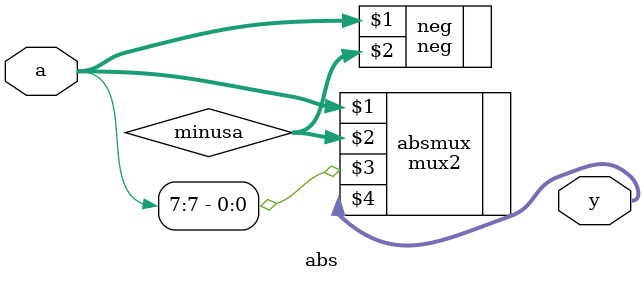
<source format=sv>

`include "wally-config.vh"

module abs #(parameter WIDTH = 8) (
  input  logic [WIDTH-1:0] a,
  output logic [WIDTH-1:0] y);

  logic [WIDTH-1:0] minusa;

  // select -a if sign bit of a is 1
  neg #(WIDTH) neg(a, minusa);
  mux2 #(WIDTH) absmux(a, minusa, a[WIDTH-1], y); 
endmodule


</source>
